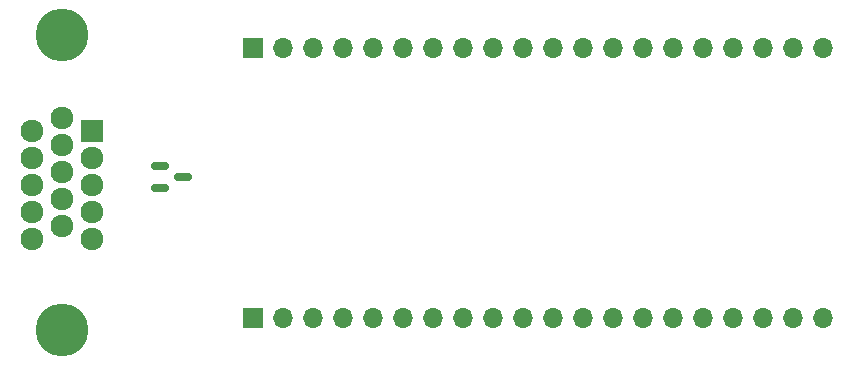
<source format=gts>
G04 #@! TF.GenerationSoftware,KiCad,Pcbnew,8.0.9-8.0.9-0~ubuntu20.04.1*
G04 #@! TF.CreationDate,2025-06-05T20:47:59+01:00*
G04 #@! TF.ProjectId,ggroohauga-console,6767726f-6f68-4617-9567-612d636f6e73,rev?*
G04 #@! TF.SameCoordinates,Original*
G04 #@! TF.FileFunction,Soldermask,Top*
G04 #@! TF.FilePolarity,Negative*
%FSLAX46Y46*%
G04 Gerber Fmt 4.6, Leading zero omitted, Abs format (unit mm)*
G04 Created by KiCad (PCBNEW 8.0.9-8.0.9-0~ubuntu20.04.1) date 2025-06-05 20:47:59*
%MOMM*%
%LPD*%
G01*
G04 APERTURE LIST*
G04 Aperture macros list*
%AMRoundRect*
0 Rectangle with rounded corners*
0 $1 Rounding radius*
0 $2 $3 $4 $5 $6 $7 $8 $9 X,Y pos of 4 corners*
0 Add a 4 corners polygon primitive as box body*
4,1,4,$2,$3,$4,$5,$6,$7,$8,$9,$2,$3,0*
0 Add four circle primitives for the rounded corners*
1,1,$1+$1,$2,$3*
1,1,$1+$1,$4,$5*
1,1,$1+$1,$6,$7*
1,1,$1+$1,$8,$9*
0 Add four rect primitives between the rounded corners*
20,1,$1+$1,$2,$3,$4,$5,0*
20,1,$1+$1,$4,$5,$6,$7,0*
20,1,$1+$1,$6,$7,$8,$9,0*
20,1,$1+$1,$8,$9,$2,$3,0*%
G04 Aperture macros list end*
%ADD10RoundRect,0.150000X-0.587500X-0.150000X0.587500X-0.150000X0.587500X0.150000X-0.587500X0.150000X0*%
%ADD11R,1.700000X1.700000*%
%ADD12O,1.700000X1.700000*%
%ADD13C,4.470000*%
%ADD14RoundRect,0.102000X-0.862500X0.862500X-0.862500X-0.862500X0.862500X-0.862500X0.862500X0.862500X0*%
%ADD15C,1.929000*%
G04 APERTURE END LIST*
D10*
X73738500Y-64582000D03*
X73738500Y-66482000D03*
X75613500Y-65532000D03*
D11*
X81534000Y-54610000D03*
D12*
X84074000Y-54610000D03*
X86614000Y-54610000D03*
X89154000Y-54610000D03*
X91694000Y-54610000D03*
X94234000Y-54610000D03*
X96774000Y-54610000D03*
X99314000Y-54610000D03*
X101854000Y-54610000D03*
X104394000Y-54610000D03*
X106934000Y-54610000D03*
X109474000Y-54610000D03*
X112014000Y-54610000D03*
X114554000Y-54610000D03*
X117094000Y-54610000D03*
X119634000Y-54610000D03*
X122174000Y-54610000D03*
X124714000Y-54610000D03*
X127254000Y-54610000D03*
X129794000Y-54610000D03*
D13*
X65379600Y-53494200D03*
X65379600Y-78484200D03*
D14*
X67919600Y-61659200D03*
D15*
X67919600Y-63949200D03*
X67919600Y-66239200D03*
X67919600Y-68529200D03*
X67919600Y-70819200D03*
X65379600Y-60514200D03*
X65379600Y-62804200D03*
X65379600Y-65094200D03*
X65379600Y-67384200D03*
X65379600Y-69674200D03*
X62839600Y-61659200D03*
X62839600Y-63949200D03*
X62839600Y-66239200D03*
X62839600Y-68529200D03*
X62839600Y-70819200D03*
D11*
X81534000Y-77470000D03*
D12*
X84074000Y-77470000D03*
X86614000Y-77470000D03*
X89154000Y-77470000D03*
X91694000Y-77470000D03*
X94234000Y-77470000D03*
X96774000Y-77470000D03*
X99314000Y-77470000D03*
X101854000Y-77470000D03*
X104394000Y-77470000D03*
X106934000Y-77470000D03*
X109474000Y-77470000D03*
X112014000Y-77470000D03*
X114554000Y-77470000D03*
X117094000Y-77470000D03*
X119634000Y-77470000D03*
X122174000Y-77470000D03*
X124714000Y-77470000D03*
X127254000Y-77470000D03*
X129794000Y-77470000D03*
M02*

</source>
